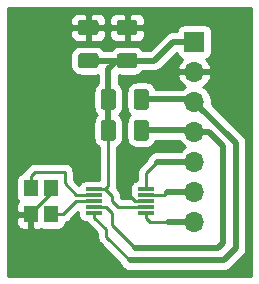
<source format=gtl>
G04 #@! TF.GenerationSoftware,KiCad,Pcbnew,(5.1.5)-3*
G04 #@! TF.CreationDate,2022-11-09T15:50:46-05:00*
G04 #@! TF.ProjectId,si5351,73693533-3531-42e6-9b69-6361645f7063,rev?*
G04 #@! TF.SameCoordinates,Original*
G04 #@! TF.FileFunction,Copper,L1,Top*
G04 #@! TF.FilePolarity,Positive*
%FSLAX46Y46*%
G04 Gerber Fmt 4.6, Leading zero omitted, Abs format (unit mm)*
G04 Created by KiCad (PCBNEW (5.1.5)-3) date 2022-11-09 15:50:47*
%MOMM*%
%LPD*%
G04 APERTURE LIST*
%ADD10C,0.100000*%
%ADD11R,1.400000X0.300000*%
%ADD12O,1.700000X1.700000*%
%ADD13R,1.700000X1.700000*%
%ADD14R,1.200000X1.400000*%
%ADD15C,0.500000*%
%ADD16C,0.250000*%
%ADD17C,0.254000*%
G04 APERTURE END LIST*
G04 #@! TA.AperFunction,SMDPad,CuDef*
D10*
G36*
X184949504Y-90176204D02*
G01*
X184973773Y-90179804D01*
X184997571Y-90185765D01*
X185020671Y-90194030D01*
X185042849Y-90204520D01*
X185063893Y-90217133D01*
X185083598Y-90231747D01*
X185101777Y-90248223D01*
X185118253Y-90266402D01*
X185132867Y-90286107D01*
X185145480Y-90307151D01*
X185155970Y-90329329D01*
X185164235Y-90352429D01*
X185170196Y-90376227D01*
X185173796Y-90400496D01*
X185175000Y-90425000D01*
X185175000Y-91175000D01*
X185173796Y-91199504D01*
X185170196Y-91223773D01*
X185164235Y-91247571D01*
X185155970Y-91270671D01*
X185145480Y-91292849D01*
X185132867Y-91313893D01*
X185118253Y-91333598D01*
X185101777Y-91351777D01*
X185083598Y-91368253D01*
X185063893Y-91382867D01*
X185042849Y-91395480D01*
X185020671Y-91405970D01*
X184997571Y-91414235D01*
X184973773Y-91420196D01*
X184949504Y-91423796D01*
X184925000Y-91425000D01*
X183675000Y-91425000D01*
X183650496Y-91423796D01*
X183626227Y-91420196D01*
X183602429Y-91414235D01*
X183579329Y-91405970D01*
X183557151Y-91395480D01*
X183536107Y-91382867D01*
X183516402Y-91368253D01*
X183498223Y-91351777D01*
X183481747Y-91333598D01*
X183467133Y-91313893D01*
X183454520Y-91292849D01*
X183444030Y-91270671D01*
X183435765Y-91247571D01*
X183429804Y-91223773D01*
X183426204Y-91199504D01*
X183425000Y-91175000D01*
X183425000Y-90425000D01*
X183426204Y-90400496D01*
X183429804Y-90376227D01*
X183435765Y-90352429D01*
X183444030Y-90329329D01*
X183454520Y-90307151D01*
X183467133Y-90286107D01*
X183481747Y-90266402D01*
X183498223Y-90248223D01*
X183516402Y-90231747D01*
X183536107Y-90217133D01*
X183557151Y-90204520D01*
X183579329Y-90194030D01*
X183602429Y-90185765D01*
X183626227Y-90179804D01*
X183650496Y-90176204D01*
X183675000Y-90175000D01*
X184925000Y-90175000D01*
X184949504Y-90176204D01*
G37*
G04 #@! TD.AperFunction*
G04 #@! TA.AperFunction,SMDPad,CuDef*
G36*
X184949504Y-92976204D02*
G01*
X184973773Y-92979804D01*
X184997571Y-92985765D01*
X185020671Y-92994030D01*
X185042849Y-93004520D01*
X185063893Y-93017133D01*
X185083598Y-93031747D01*
X185101777Y-93048223D01*
X185118253Y-93066402D01*
X185132867Y-93086107D01*
X185145480Y-93107151D01*
X185155970Y-93129329D01*
X185164235Y-93152429D01*
X185170196Y-93176227D01*
X185173796Y-93200496D01*
X185175000Y-93225000D01*
X185175000Y-93975000D01*
X185173796Y-93999504D01*
X185170196Y-94023773D01*
X185164235Y-94047571D01*
X185155970Y-94070671D01*
X185145480Y-94092849D01*
X185132867Y-94113893D01*
X185118253Y-94133598D01*
X185101777Y-94151777D01*
X185083598Y-94168253D01*
X185063893Y-94182867D01*
X185042849Y-94195480D01*
X185020671Y-94205970D01*
X184997571Y-94214235D01*
X184973773Y-94220196D01*
X184949504Y-94223796D01*
X184925000Y-94225000D01*
X183675000Y-94225000D01*
X183650496Y-94223796D01*
X183626227Y-94220196D01*
X183602429Y-94214235D01*
X183579329Y-94205970D01*
X183557151Y-94195480D01*
X183536107Y-94182867D01*
X183516402Y-94168253D01*
X183498223Y-94151777D01*
X183481747Y-94133598D01*
X183467133Y-94113893D01*
X183454520Y-94092849D01*
X183444030Y-94070671D01*
X183435765Y-94047571D01*
X183429804Y-94023773D01*
X183426204Y-93999504D01*
X183425000Y-93975000D01*
X183425000Y-93225000D01*
X183426204Y-93200496D01*
X183429804Y-93176227D01*
X183435765Y-93152429D01*
X183444030Y-93129329D01*
X183454520Y-93107151D01*
X183467133Y-93086107D01*
X183481747Y-93066402D01*
X183498223Y-93048223D01*
X183516402Y-93031747D01*
X183536107Y-93017133D01*
X183557151Y-93004520D01*
X183579329Y-92994030D01*
X183602429Y-92985765D01*
X183626227Y-92979804D01*
X183650496Y-92976204D01*
X183675000Y-92975000D01*
X184925000Y-92975000D01*
X184949504Y-92976204D01*
G37*
G04 #@! TD.AperFunction*
G04 #@! TA.AperFunction,SMDPad,CuDef*
G36*
X181649504Y-90176204D02*
G01*
X181673773Y-90179804D01*
X181697571Y-90185765D01*
X181720671Y-90194030D01*
X181742849Y-90204520D01*
X181763893Y-90217133D01*
X181783598Y-90231747D01*
X181801777Y-90248223D01*
X181818253Y-90266402D01*
X181832867Y-90286107D01*
X181845480Y-90307151D01*
X181855970Y-90329329D01*
X181864235Y-90352429D01*
X181870196Y-90376227D01*
X181873796Y-90400496D01*
X181875000Y-90425000D01*
X181875000Y-91175000D01*
X181873796Y-91199504D01*
X181870196Y-91223773D01*
X181864235Y-91247571D01*
X181855970Y-91270671D01*
X181845480Y-91292849D01*
X181832867Y-91313893D01*
X181818253Y-91333598D01*
X181801777Y-91351777D01*
X181783598Y-91368253D01*
X181763893Y-91382867D01*
X181742849Y-91395480D01*
X181720671Y-91405970D01*
X181697571Y-91414235D01*
X181673773Y-91420196D01*
X181649504Y-91423796D01*
X181625000Y-91425000D01*
X180375000Y-91425000D01*
X180350496Y-91423796D01*
X180326227Y-91420196D01*
X180302429Y-91414235D01*
X180279329Y-91405970D01*
X180257151Y-91395480D01*
X180236107Y-91382867D01*
X180216402Y-91368253D01*
X180198223Y-91351777D01*
X180181747Y-91333598D01*
X180167133Y-91313893D01*
X180154520Y-91292849D01*
X180144030Y-91270671D01*
X180135765Y-91247571D01*
X180129804Y-91223773D01*
X180126204Y-91199504D01*
X180125000Y-91175000D01*
X180125000Y-90425000D01*
X180126204Y-90400496D01*
X180129804Y-90376227D01*
X180135765Y-90352429D01*
X180144030Y-90329329D01*
X180154520Y-90307151D01*
X180167133Y-90286107D01*
X180181747Y-90266402D01*
X180198223Y-90248223D01*
X180216402Y-90231747D01*
X180236107Y-90217133D01*
X180257151Y-90204520D01*
X180279329Y-90194030D01*
X180302429Y-90185765D01*
X180326227Y-90179804D01*
X180350496Y-90176204D01*
X180375000Y-90175000D01*
X181625000Y-90175000D01*
X181649504Y-90176204D01*
G37*
G04 #@! TD.AperFunction*
G04 #@! TA.AperFunction,SMDPad,CuDef*
G36*
X181649504Y-92976204D02*
G01*
X181673773Y-92979804D01*
X181697571Y-92985765D01*
X181720671Y-92994030D01*
X181742849Y-93004520D01*
X181763893Y-93017133D01*
X181783598Y-93031747D01*
X181801777Y-93048223D01*
X181818253Y-93066402D01*
X181832867Y-93086107D01*
X181845480Y-93107151D01*
X181855970Y-93129329D01*
X181864235Y-93152429D01*
X181870196Y-93176227D01*
X181873796Y-93200496D01*
X181875000Y-93225000D01*
X181875000Y-93975000D01*
X181873796Y-93999504D01*
X181870196Y-94023773D01*
X181864235Y-94047571D01*
X181855970Y-94070671D01*
X181845480Y-94092849D01*
X181832867Y-94113893D01*
X181818253Y-94133598D01*
X181801777Y-94151777D01*
X181783598Y-94168253D01*
X181763893Y-94182867D01*
X181742849Y-94195480D01*
X181720671Y-94205970D01*
X181697571Y-94214235D01*
X181673773Y-94220196D01*
X181649504Y-94223796D01*
X181625000Y-94225000D01*
X180375000Y-94225000D01*
X180350496Y-94223796D01*
X180326227Y-94220196D01*
X180302429Y-94214235D01*
X180279329Y-94205970D01*
X180257151Y-94195480D01*
X180236107Y-94182867D01*
X180216402Y-94168253D01*
X180198223Y-94151777D01*
X180181747Y-94133598D01*
X180167133Y-94113893D01*
X180154520Y-94092849D01*
X180144030Y-94070671D01*
X180135765Y-94047571D01*
X180129804Y-94023773D01*
X180126204Y-93999504D01*
X180125000Y-93975000D01*
X180125000Y-93225000D01*
X180126204Y-93200496D01*
X180129804Y-93176227D01*
X180135765Y-93152429D01*
X180144030Y-93129329D01*
X180154520Y-93107151D01*
X180167133Y-93086107D01*
X180181747Y-93066402D01*
X180198223Y-93048223D01*
X180216402Y-93031747D01*
X180236107Y-93017133D01*
X180257151Y-93004520D01*
X180279329Y-92994030D01*
X180302429Y-92985765D01*
X180326227Y-92979804D01*
X180350496Y-92976204D01*
X180375000Y-92975000D01*
X181625000Y-92975000D01*
X181649504Y-92976204D01*
G37*
G04 #@! TD.AperFunction*
D11*
X185900000Y-104500000D03*
X185900000Y-105000000D03*
X185900000Y-105500000D03*
X185900000Y-106000000D03*
X185900000Y-106500000D03*
X181500000Y-106500000D03*
X181500000Y-106000000D03*
X181500000Y-105500000D03*
X181500000Y-105000000D03*
X181500000Y-104500000D03*
D12*
X190000000Y-107240000D03*
X190000000Y-104700000D03*
X190000000Y-102160000D03*
X190000000Y-99620000D03*
X190000000Y-97080000D03*
X190000000Y-94540000D03*
D13*
X190000000Y-92000000D03*
D14*
X176150000Y-106600000D03*
X176150000Y-104400000D03*
X177850000Y-104400000D03*
X177850000Y-106600000D03*
G04 #@! TA.AperFunction,SMDPad,CuDef*
D10*
G36*
X185899504Y-98626204D02*
G01*
X185923773Y-98629804D01*
X185947571Y-98635765D01*
X185970671Y-98644030D01*
X185992849Y-98654520D01*
X186013893Y-98667133D01*
X186033598Y-98681747D01*
X186051777Y-98698223D01*
X186068253Y-98716402D01*
X186082867Y-98736107D01*
X186095480Y-98757151D01*
X186105970Y-98779329D01*
X186114235Y-98802429D01*
X186120196Y-98826227D01*
X186123796Y-98850496D01*
X186125000Y-98875000D01*
X186125000Y-100125000D01*
X186123796Y-100149504D01*
X186120196Y-100173773D01*
X186114235Y-100197571D01*
X186105970Y-100220671D01*
X186095480Y-100242849D01*
X186082867Y-100263893D01*
X186068253Y-100283598D01*
X186051777Y-100301777D01*
X186033598Y-100318253D01*
X186013893Y-100332867D01*
X185992849Y-100345480D01*
X185970671Y-100355970D01*
X185947571Y-100364235D01*
X185923773Y-100370196D01*
X185899504Y-100373796D01*
X185875000Y-100375000D01*
X185125000Y-100375000D01*
X185100496Y-100373796D01*
X185076227Y-100370196D01*
X185052429Y-100364235D01*
X185029329Y-100355970D01*
X185007151Y-100345480D01*
X184986107Y-100332867D01*
X184966402Y-100318253D01*
X184948223Y-100301777D01*
X184931747Y-100283598D01*
X184917133Y-100263893D01*
X184904520Y-100242849D01*
X184894030Y-100220671D01*
X184885765Y-100197571D01*
X184879804Y-100173773D01*
X184876204Y-100149504D01*
X184875000Y-100125000D01*
X184875000Y-98875000D01*
X184876204Y-98850496D01*
X184879804Y-98826227D01*
X184885765Y-98802429D01*
X184894030Y-98779329D01*
X184904520Y-98757151D01*
X184917133Y-98736107D01*
X184931747Y-98716402D01*
X184948223Y-98698223D01*
X184966402Y-98681747D01*
X184986107Y-98667133D01*
X185007151Y-98654520D01*
X185029329Y-98644030D01*
X185052429Y-98635765D01*
X185076227Y-98629804D01*
X185100496Y-98626204D01*
X185125000Y-98625000D01*
X185875000Y-98625000D01*
X185899504Y-98626204D01*
G37*
G04 #@! TD.AperFunction*
G04 #@! TA.AperFunction,SMDPad,CuDef*
G36*
X183099504Y-98626204D02*
G01*
X183123773Y-98629804D01*
X183147571Y-98635765D01*
X183170671Y-98644030D01*
X183192849Y-98654520D01*
X183213893Y-98667133D01*
X183233598Y-98681747D01*
X183251777Y-98698223D01*
X183268253Y-98716402D01*
X183282867Y-98736107D01*
X183295480Y-98757151D01*
X183305970Y-98779329D01*
X183314235Y-98802429D01*
X183320196Y-98826227D01*
X183323796Y-98850496D01*
X183325000Y-98875000D01*
X183325000Y-100125000D01*
X183323796Y-100149504D01*
X183320196Y-100173773D01*
X183314235Y-100197571D01*
X183305970Y-100220671D01*
X183295480Y-100242849D01*
X183282867Y-100263893D01*
X183268253Y-100283598D01*
X183251777Y-100301777D01*
X183233598Y-100318253D01*
X183213893Y-100332867D01*
X183192849Y-100345480D01*
X183170671Y-100355970D01*
X183147571Y-100364235D01*
X183123773Y-100370196D01*
X183099504Y-100373796D01*
X183075000Y-100375000D01*
X182325000Y-100375000D01*
X182300496Y-100373796D01*
X182276227Y-100370196D01*
X182252429Y-100364235D01*
X182229329Y-100355970D01*
X182207151Y-100345480D01*
X182186107Y-100332867D01*
X182166402Y-100318253D01*
X182148223Y-100301777D01*
X182131747Y-100283598D01*
X182117133Y-100263893D01*
X182104520Y-100242849D01*
X182094030Y-100220671D01*
X182085765Y-100197571D01*
X182079804Y-100173773D01*
X182076204Y-100149504D01*
X182075000Y-100125000D01*
X182075000Y-98875000D01*
X182076204Y-98850496D01*
X182079804Y-98826227D01*
X182085765Y-98802429D01*
X182094030Y-98779329D01*
X182104520Y-98757151D01*
X182117133Y-98736107D01*
X182131747Y-98716402D01*
X182148223Y-98698223D01*
X182166402Y-98681747D01*
X182186107Y-98667133D01*
X182207151Y-98654520D01*
X182229329Y-98644030D01*
X182252429Y-98635765D01*
X182276227Y-98629804D01*
X182300496Y-98626204D01*
X182325000Y-98625000D01*
X183075000Y-98625000D01*
X183099504Y-98626204D01*
G37*
G04 #@! TD.AperFunction*
G04 #@! TA.AperFunction,SMDPad,CuDef*
G36*
X185899504Y-96003204D02*
G01*
X185923773Y-96006804D01*
X185947571Y-96012765D01*
X185970671Y-96021030D01*
X185992849Y-96031520D01*
X186013893Y-96044133D01*
X186033598Y-96058747D01*
X186051777Y-96075223D01*
X186068253Y-96093402D01*
X186082867Y-96113107D01*
X186095480Y-96134151D01*
X186105970Y-96156329D01*
X186114235Y-96179429D01*
X186120196Y-96203227D01*
X186123796Y-96227496D01*
X186125000Y-96252000D01*
X186125000Y-97502000D01*
X186123796Y-97526504D01*
X186120196Y-97550773D01*
X186114235Y-97574571D01*
X186105970Y-97597671D01*
X186095480Y-97619849D01*
X186082867Y-97640893D01*
X186068253Y-97660598D01*
X186051777Y-97678777D01*
X186033598Y-97695253D01*
X186013893Y-97709867D01*
X185992849Y-97722480D01*
X185970671Y-97732970D01*
X185947571Y-97741235D01*
X185923773Y-97747196D01*
X185899504Y-97750796D01*
X185875000Y-97752000D01*
X185125000Y-97752000D01*
X185100496Y-97750796D01*
X185076227Y-97747196D01*
X185052429Y-97741235D01*
X185029329Y-97732970D01*
X185007151Y-97722480D01*
X184986107Y-97709867D01*
X184966402Y-97695253D01*
X184948223Y-97678777D01*
X184931747Y-97660598D01*
X184917133Y-97640893D01*
X184904520Y-97619849D01*
X184894030Y-97597671D01*
X184885765Y-97574571D01*
X184879804Y-97550773D01*
X184876204Y-97526504D01*
X184875000Y-97502000D01*
X184875000Y-96252000D01*
X184876204Y-96227496D01*
X184879804Y-96203227D01*
X184885765Y-96179429D01*
X184894030Y-96156329D01*
X184904520Y-96134151D01*
X184917133Y-96113107D01*
X184931747Y-96093402D01*
X184948223Y-96075223D01*
X184966402Y-96058747D01*
X184986107Y-96044133D01*
X185007151Y-96031520D01*
X185029329Y-96021030D01*
X185052429Y-96012765D01*
X185076227Y-96006804D01*
X185100496Y-96003204D01*
X185125000Y-96002000D01*
X185875000Y-96002000D01*
X185899504Y-96003204D01*
G37*
G04 #@! TD.AperFunction*
G04 #@! TA.AperFunction,SMDPad,CuDef*
G36*
X183099504Y-96003204D02*
G01*
X183123773Y-96006804D01*
X183147571Y-96012765D01*
X183170671Y-96021030D01*
X183192849Y-96031520D01*
X183213893Y-96044133D01*
X183233598Y-96058747D01*
X183251777Y-96075223D01*
X183268253Y-96093402D01*
X183282867Y-96113107D01*
X183295480Y-96134151D01*
X183305970Y-96156329D01*
X183314235Y-96179429D01*
X183320196Y-96203227D01*
X183323796Y-96227496D01*
X183325000Y-96252000D01*
X183325000Y-97502000D01*
X183323796Y-97526504D01*
X183320196Y-97550773D01*
X183314235Y-97574571D01*
X183305970Y-97597671D01*
X183295480Y-97619849D01*
X183282867Y-97640893D01*
X183268253Y-97660598D01*
X183251777Y-97678777D01*
X183233598Y-97695253D01*
X183213893Y-97709867D01*
X183192849Y-97722480D01*
X183170671Y-97732970D01*
X183147571Y-97741235D01*
X183123773Y-97747196D01*
X183099504Y-97750796D01*
X183075000Y-97752000D01*
X182325000Y-97752000D01*
X182300496Y-97750796D01*
X182276227Y-97747196D01*
X182252429Y-97741235D01*
X182229329Y-97732970D01*
X182207151Y-97722480D01*
X182186107Y-97709867D01*
X182166402Y-97695253D01*
X182148223Y-97678777D01*
X182131747Y-97660598D01*
X182117133Y-97640893D01*
X182104520Y-97619849D01*
X182094030Y-97597671D01*
X182085765Y-97574571D01*
X182079804Y-97550773D01*
X182076204Y-97526504D01*
X182075000Y-97502000D01*
X182075000Y-96252000D01*
X182076204Y-96227496D01*
X182079804Y-96203227D01*
X182085765Y-96179429D01*
X182094030Y-96156329D01*
X182104520Y-96134151D01*
X182117133Y-96113107D01*
X182131747Y-96093402D01*
X182148223Y-96075223D01*
X182166402Y-96058747D01*
X182186107Y-96044133D01*
X182207151Y-96031520D01*
X182229329Y-96021030D01*
X182252429Y-96012765D01*
X182276227Y-96006804D01*
X182300496Y-96003204D01*
X182325000Y-96002000D01*
X183075000Y-96002000D01*
X183099504Y-96003204D01*
G37*
G04 #@! TD.AperFunction*
D15*
X190000000Y-102160000D02*
X186840000Y-102160000D01*
D16*
X185900000Y-103100000D02*
X185900000Y-104500000D01*
X186840000Y-102160000D02*
X185900000Y-103100000D01*
X189700000Y-105000000D02*
X190000000Y-104700000D01*
D15*
X190000000Y-104700000D02*
X187700000Y-104700000D01*
D16*
X187400000Y-105000000D02*
X187700000Y-104700000D01*
X185900000Y-105000000D02*
X187400000Y-105000000D01*
D15*
X190000000Y-107240000D02*
X187740000Y-107240000D01*
D16*
X186240000Y-107240000D02*
X187740000Y-107240000D01*
X185900000Y-106900000D02*
X186240000Y-107240000D01*
X185900000Y-106500000D02*
X185900000Y-106900000D01*
X190880000Y-99620000D02*
X190000000Y-99620000D01*
X191000000Y-99500000D02*
X190880000Y-99620000D01*
X192500000Y-101000000D02*
X191000000Y-99500000D01*
D15*
X189880000Y-99500000D02*
X190000000Y-99620000D01*
X185500000Y-99500000D02*
X189880000Y-99500000D01*
X192424990Y-100842909D02*
X192424990Y-101000000D01*
X191202081Y-99620000D02*
X192424990Y-100842909D01*
X190000000Y-99620000D02*
X191202081Y-99620000D01*
X192000000Y-109500000D02*
X185000000Y-109500000D01*
X192424990Y-109075010D02*
X192000000Y-109500000D01*
X192424990Y-100842909D02*
X192424990Y-109075010D01*
D16*
X182500000Y-106000000D02*
X181500000Y-106000000D01*
X183000000Y-106500000D02*
X182500000Y-106000000D01*
X183000000Y-107500000D02*
X183000000Y-106500000D01*
X185000000Y-109500000D02*
X183000000Y-107500000D01*
D15*
X189797000Y-96877000D02*
X190000000Y-97080000D01*
X185500000Y-96877000D02*
X189797000Y-96877000D01*
X190000000Y-97080000D02*
X193500000Y-100580000D01*
X193500000Y-100580000D02*
X193500000Y-109500000D01*
X193500000Y-109500000D02*
X192500000Y-110500000D01*
X192500000Y-110500000D02*
X185000000Y-110500000D01*
X185000000Y-110500000D02*
X184500000Y-110500000D01*
D16*
X181500000Y-106900000D02*
X182500000Y-107900000D01*
X181500000Y-106500000D02*
X181500000Y-106900000D01*
X182500000Y-108500000D02*
X184500000Y-110500000D01*
X182500000Y-107900000D02*
X182500000Y-108500000D01*
X176150000Y-106500000D02*
X176150000Y-106600000D01*
X177850000Y-104800000D02*
X176150000Y-106500000D01*
X177850000Y-104400000D02*
X177850000Y-104800000D01*
X184950000Y-105500000D02*
X184500000Y-105050000D01*
X185900000Y-105500000D02*
X184950000Y-105500000D01*
X184500000Y-105050000D02*
X184500000Y-105000000D01*
D15*
X182700000Y-96877000D02*
X182700000Y-99500000D01*
D16*
X181500000Y-104500000D02*
X182450000Y-104500000D01*
X182450000Y-104500000D02*
X183000000Y-105050000D01*
X183000000Y-105050000D02*
X183000000Y-105500000D01*
X183000000Y-105500000D02*
X183500000Y-106000000D01*
X183500000Y-106000000D02*
X185900000Y-106000000D01*
X182700000Y-104250000D02*
X182700000Y-99500000D01*
X182450000Y-104500000D02*
X182700000Y-104250000D01*
D15*
X190000000Y-92000000D02*
X188200000Y-92000000D01*
X186600000Y-93600000D02*
X184300000Y-93600000D01*
X188200000Y-92000000D02*
X186600000Y-93600000D01*
X184300000Y-93600000D02*
X181000000Y-93600000D01*
X184300000Y-93600000D02*
X183425000Y-93600000D01*
X182700000Y-94325000D02*
X182700000Y-96877000D01*
X183425000Y-93600000D02*
X182700000Y-94325000D01*
D16*
X181500000Y-105500000D02*
X180000000Y-105500000D01*
X178900000Y-106600000D02*
X177850000Y-106600000D01*
X180000000Y-105500000D02*
X178900000Y-106600000D01*
X176500000Y-103000000D02*
X176150000Y-103350000D01*
X179000000Y-103000000D02*
X176500000Y-103000000D01*
X179000000Y-104000000D02*
X179000000Y-103000000D01*
X176150000Y-103350000D02*
X176150000Y-104400000D01*
X180000000Y-105000000D02*
X179000000Y-104000000D01*
X181500000Y-105000000D02*
X180000000Y-105000000D01*
D17*
G36*
X194815001Y-111815000D02*
G01*
X174185000Y-111815000D01*
X174185000Y-107300000D01*
X174911928Y-107300000D01*
X174924188Y-107424482D01*
X174960498Y-107544180D01*
X175019463Y-107654494D01*
X175098815Y-107751185D01*
X175195506Y-107830537D01*
X175305820Y-107889502D01*
X175425518Y-107925812D01*
X175550000Y-107938072D01*
X175864250Y-107935000D01*
X176023000Y-107776250D01*
X176023000Y-106727000D01*
X175073750Y-106727000D01*
X174915000Y-106885750D01*
X174911928Y-107300000D01*
X174185000Y-107300000D01*
X174185000Y-103700000D01*
X174911928Y-103700000D01*
X174911928Y-105100000D01*
X174924188Y-105224482D01*
X174960498Y-105344180D01*
X175019463Y-105454494D01*
X175056809Y-105500000D01*
X175019463Y-105545506D01*
X174960498Y-105655820D01*
X174924188Y-105775518D01*
X174911928Y-105900000D01*
X174915000Y-106314250D01*
X175073750Y-106473000D01*
X176023000Y-106473000D01*
X176023000Y-106453000D01*
X176277000Y-106453000D01*
X176277000Y-106473000D01*
X176297000Y-106473000D01*
X176297000Y-106727000D01*
X176277000Y-106727000D01*
X176277000Y-107776250D01*
X176435750Y-107935000D01*
X176750000Y-107938072D01*
X176874482Y-107925812D01*
X176994180Y-107889502D01*
X177000000Y-107886391D01*
X177005820Y-107889502D01*
X177125518Y-107925812D01*
X177250000Y-107938072D01*
X178450000Y-107938072D01*
X178574482Y-107925812D01*
X178694180Y-107889502D01*
X178804494Y-107830537D01*
X178901185Y-107751185D01*
X178980537Y-107654494D01*
X179039502Y-107544180D01*
X179075812Y-107424482D01*
X179084301Y-107338291D01*
X179192247Y-107305546D01*
X179324276Y-107234974D01*
X179440001Y-107140001D01*
X179463804Y-107110998D01*
X180161928Y-106412874D01*
X180161928Y-106650000D01*
X180174188Y-106774482D01*
X180210498Y-106894180D01*
X180269463Y-107004494D01*
X180348815Y-107101185D01*
X180445506Y-107180537D01*
X180555820Y-107239502D01*
X180675518Y-107275812D01*
X180800000Y-107288072D01*
X180845674Y-107288072D01*
X180865026Y-107324276D01*
X180959999Y-107440001D01*
X180989001Y-107463802D01*
X181740000Y-108214802D01*
X181740000Y-108462678D01*
X181736324Y-108500000D01*
X181740000Y-108537322D01*
X181740000Y-108537333D01*
X181750997Y-108648986D01*
X181794454Y-108792247D01*
X181819037Y-108838236D01*
X181865026Y-108924276D01*
X181936201Y-109011002D01*
X181960000Y-109040001D01*
X181988998Y-109063799D01*
X183640484Y-110715286D01*
X183678411Y-110840313D01*
X183760589Y-110994059D01*
X183871183Y-111128817D01*
X184005941Y-111239411D01*
X184159687Y-111321589D01*
X184326510Y-111372195D01*
X184456523Y-111385000D01*
X192456531Y-111385000D01*
X192500000Y-111389281D01*
X192543469Y-111385000D01*
X192543477Y-111385000D01*
X192673490Y-111372195D01*
X192840313Y-111321589D01*
X192994059Y-111239411D01*
X193128817Y-111128817D01*
X193156534Y-111095044D01*
X194095049Y-110156530D01*
X194128817Y-110128817D01*
X194182177Y-110063799D01*
X194239411Y-109994059D01*
X194321589Y-109840314D01*
X194372195Y-109673490D01*
X194372533Y-109670056D01*
X194385000Y-109543477D01*
X194385000Y-109543469D01*
X194389281Y-109500000D01*
X194385000Y-109456531D01*
X194385000Y-100623465D01*
X194389281Y-100579999D01*
X194385000Y-100536533D01*
X194385000Y-100536523D01*
X194372195Y-100406510D01*
X194321589Y-100239687D01*
X194239411Y-100085941D01*
X194205217Y-100044276D01*
X194156532Y-99984953D01*
X194156530Y-99984951D01*
X194128817Y-99951183D01*
X194095050Y-99923471D01*
X191470539Y-97298961D01*
X191485000Y-97226260D01*
X191485000Y-96933740D01*
X191427932Y-96646842D01*
X191315990Y-96376589D01*
X191153475Y-96133368D01*
X190946632Y-95926525D01*
X190764466Y-95804805D01*
X190881355Y-95735178D01*
X191097588Y-95540269D01*
X191271641Y-95306920D01*
X191396825Y-95044099D01*
X191441476Y-94896890D01*
X191320155Y-94667000D01*
X190127000Y-94667000D01*
X190127000Y-94687000D01*
X189873000Y-94687000D01*
X189873000Y-94667000D01*
X188679845Y-94667000D01*
X188558524Y-94896890D01*
X188603175Y-95044099D01*
X188728359Y-95306920D01*
X188902412Y-95540269D01*
X189118645Y-95735178D01*
X189235534Y-95804805D01*
X189053368Y-95926525D01*
X188987893Y-95992000D01*
X186719694Y-95992000D01*
X186695472Y-95912150D01*
X186613405Y-95758614D01*
X186502962Y-95624038D01*
X186368386Y-95513595D01*
X186214850Y-95431528D01*
X186048254Y-95380992D01*
X185875000Y-95363928D01*
X185125000Y-95363928D01*
X184951746Y-95380992D01*
X184785150Y-95431528D01*
X184631614Y-95513595D01*
X184497038Y-95624038D01*
X184386595Y-95758614D01*
X184304528Y-95912150D01*
X184253992Y-96078746D01*
X184236928Y-96252000D01*
X184236928Y-97502000D01*
X184253992Y-97675254D01*
X184304528Y-97841850D01*
X184386595Y-97995386D01*
X184497038Y-98129962D01*
X184568367Y-98188500D01*
X184497038Y-98247038D01*
X184386595Y-98381614D01*
X184304528Y-98535150D01*
X184253992Y-98701746D01*
X184236928Y-98875000D01*
X184236928Y-100125000D01*
X184253992Y-100298254D01*
X184304528Y-100464850D01*
X184386595Y-100618386D01*
X184497038Y-100752962D01*
X184631614Y-100863405D01*
X184785150Y-100945472D01*
X184951746Y-100996008D01*
X185125000Y-101013072D01*
X185875000Y-101013072D01*
X186048254Y-100996008D01*
X186214850Y-100945472D01*
X186368386Y-100863405D01*
X186502962Y-100752962D01*
X186613405Y-100618386D01*
X186695472Y-100464850D01*
X186719694Y-100385000D01*
X188725162Y-100385000D01*
X188846525Y-100566632D01*
X189053368Y-100773475D01*
X189227760Y-100890000D01*
X189053368Y-101006525D01*
X188846525Y-101213368D01*
X188805344Y-101275000D01*
X186796523Y-101275000D01*
X186666510Y-101287805D01*
X186499687Y-101338411D01*
X186345941Y-101420589D01*
X186211183Y-101531183D01*
X186100589Y-101665941D01*
X186018411Y-101819687D01*
X185980484Y-101944715D01*
X185389002Y-102536196D01*
X185359999Y-102559999D01*
X185304871Y-102627174D01*
X185265026Y-102675724D01*
X185204576Y-102788817D01*
X185194454Y-102807754D01*
X185150997Y-102951015D01*
X185140000Y-103062668D01*
X185140000Y-103062678D01*
X185136324Y-103100000D01*
X185140000Y-103137323D01*
X185140000Y-103717837D01*
X185075518Y-103724188D01*
X184955820Y-103760498D01*
X184845506Y-103819463D01*
X184748815Y-103898815D01*
X184669463Y-103995506D01*
X184610498Y-104105820D01*
X184574188Y-104225518D01*
X184561928Y-104350000D01*
X184561928Y-104650000D01*
X184571777Y-104750000D01*
X184561928Y-104850000D01*
X184561928Y-105150000D01*
X184570792Y-105240000D01*
X183814801Y-105240000D01*
X183760000Y-105185199D01*
X183760000Y-105087322D01*
X183763676Y-105049999D01*
X183760000Y-105012676D01*
X183760000Y-105012667D01*
X183749003Y-104901014D01*
X183705546Y-104757753D01*
X183634974Y-104625724D01*
X183593940Y-104575724D01*
X183563799Y-104538996D01*
X183563795Y-104538992D01*
X183540001Y-104509999D01*
X183511009Y-104486206D01*
X183443135Y-104418332D01*
X183449003Y-104398986D01*
X183460000Y-104287333D01*
X183460000Y-104287324D01*
X183463676Y-104250001D01*
X183460000Y-104212678D01*
X183460000Y-100921339D01*
X183568386Y-100863405D01*
X183702962Y-100752962D01*
X183813405Y-100618386D01*
X183895472Y-100464850D01*
X183946008Y-100298254D01*
X183963072Y-100125000D01*
X183963072Y-98875000D01*
X183946008Y-98701746D01*
X183895472Y-98535150D01*
X183813405Y-98381614D01*
X183702962Y-98247038D01*
X183631633Y-98188500D01*
X183702962Y-98129962D01*
X183813405Y-97995386D01*
X183895472Y-97841850D01*
X183946008Y-97675254D01*
X183963072Y-97502000D01*
X183963072Y-96252000D01*
X183946008Y-96078746D01*
X183895472Y-95912150D01*
X183813405Y-95758614D01*
X183702962Y-95624038D01*
X183585000Y-95527230D01*
X183585000Y-94854208D01*
X183675000Y-94863072D01*
X184925000Y-94863072D01*
X185098254Y-94846008D01*
X185264850Y-94795472D01*
X185418386Y-94713405D01*
X185552962Y-94602962D01*
X185649770Y-94485000D01*
X186556531Y-94485000D01*
X186600000Y-94489281D01*
X186643469Y-94485000D01*
X186643477Y-94485000D01*
X186773490Y-94472195D01*
X186940313Y-94421589D01*
X187094059Y-94339411D01*
X187228817Y-94228817D01*
X187256534Y-94195044D01*
X188519966Y-92931613D01*
X188524188Y-92974482D01*
X188560498Y-93094180D01*
X188619463Y-93204494D01*
X188698815Y-93301185D01*
X188795506Y-93380537D01*
X188905820Y-93439502D01*
X188986466Y-93463966D01*
X188902412Y-93539731D01*
X188728359Y-93773080D01*
X188603175Y-94035901D01*
X188558524Y-94183110D01*
X188679845Y-94413000D01*
X189873000Y-94413000D01*
X189873000Y-94393000D01*
X190127000Y-94393000D01*
X190127000Y-94413000D01*
X191320155Y-94413000D01*
X191441476Y-94183110D01*
X191396825Y-94035901D01*
X191271641Y-93773080D01*
X191097588Y-93539731D01*
X191013534Y-93463966D01*
X191094180Y-93439502D01*
X191204494Y-93380537D01*
X191301185Y-93301185D01*
X191380537Y-93204494D01*
X191439502Y-93094180D01*
X191475812Y-92974482D01*
X191488072Y-92850000D01*
X191488072Y-91150000D01*
X191475812Y-91025518D01*
X191439502Y-90905820D01*
X191380537Y-90795506D01*
X191301185Y-90698815D01*
X191204494Y-90619463D01*
X191094180Y-90560498D01*
X190974482Y-90524188D01*
X190850000Y-90511928D01*
X189150000Y-90511928D01*
X189025518Y-90524188D01*
X188905820Y-90560498D01*
X188795506Y-90619463D01*
X188698815Y-90698815D01*
X188619463Y-90795506D01*
X188560498Y-90905820D01*
X188524188Y-91025518D01*
X188515375Y-91115000D01*
X188243469Y-91115000D01*
X188200000Y-91110719D01*
X188156531Y-91115000D01*
X188156523Y-91115000D01*
X188026510Y-91127805D01*
X187859687Y-91178411D01*
X187705941Y-91260589D01*
X187604953Y-91343468D01*
X187604951Y-91343470D01*
X187571183Y-91371183D01*
X187543470Y-91404951D01*
X186233422Y-92715000D01*
X185649770Y-92715000D01*
X185552962Y-92597038D01*
X185418386Y-92486595D01*
X185264850Y-92404528D01*
X185098254Y-92353992D01*
X184925000Y-92336928D01*
X183675000Y-92336928D01*
X183501746Y-92353992D01*
X183335150Y-92404528D01*
X183181614Y-92486595D01*
X183047038Y-92597038D01*
X182950230Y-92715000D01*
X182349770Y-92715000D01*
X182252962Y-92597038D01*
X182118386Y-92486595D01*
X181964850Y-92404528D01*
X181798254Y-92353992D01*
X181625000Y-92336928D01*
X180375000Y-92336928D01*
X180201746Y-92353992D01*
X180035150Y-92404528D01*
X179881614Y-92486595D01*
X179747038Y-92597038D01*
X179636595Y-92731614D01*
X179554528Y-92885150D01*
X179503992Y-93051746D01*
X179486928Y-93225000D01*
X179486928Y-93975000D01*
X179503992Y-94148254D01*
X179554528Y-94314850D01*
X179636595Y-94468386D01*
X179747038Y-94602962D01*
X179881614Y-94713405D01*
X180035150Y-94795472D01*
X180201746Y-94846008D01*
X180375000Y-94863072D01*
X181625000Y-94863072D01*
X181798254Y-94846008D01*
X181815000Y-94840928D01*
X181815000Y-95527229D01*
X181697038Y-95624038D01*
X181586595Y-95758614D01*
X181504528Y-95912150D01*
X181453992Y-96078746D01*
X181436928Y-96252000D01*
X181436928Y-97502000D01*
X181453992Y-97675254D01*
X181504528Y-97841850D01*
X181586595Y-97995386D01*
X181697038Y-98129962D01*
X181768367Y-98188500D01*
X181697038Y-98247038D01*
X181586595Y-98381614D01*
X181504528Y-98535150D01*
X181453992Y-98701746D01*
X181436928Y-98875000D01*
X181436928Y-100125000D01*
X181453992Y-100298254D01*
X181504528Y-100464850D01*
X181586595Y-100618386D01*
X181697038Y-100752962D01*
X181831614Y-100863405D01*
X181940001Y-100921339D01*
X181940000Y-103711928D01*
X180800000Y-103711928D01*
X180675518Y-103724188D01*
X180555820Y-103760498D01*
X180445506Y-103819463D01*
X180348815Y-103898815D01*
X180269463Y-103995506D01*
X180210498Y-104105820D01*
X180203544Y-104128743D01*
X179760000Y-103685199D01*
X179760000Y-103037333D01*
X179763677Y-103000000D01*
X179749003Y-102851014D01*
X179705546Y-102707753D01*
X179634974Y-102575724D01*
X179540001Y-102459999D01*
X179424276Y-102365026D01*
X179292247Y-102294454D01*
X179148986Y-102250997D01*
X179037333Y-102240000D01*
X179000000Y-102236323D01*
X178962667Y-102240000D01*
X176537325Y-102240000D01*
X176500000Y-102236324D01*
X176462675Y-102240000D01*
X176462667Y-102240000D01*
X176351014Y-102250997D01*
X176207753Y-102294454D01*
X176075724Y-102365026D01*
X175959999Y-102459999D01*
X175936196Y-102489003D01*
X175639003Y-102786196D01*
X175609999Y-102809999D01*
X175554871Y-102877174D01*
X175515026Y-102925724D01*
X175458116Y-103032195D01*
X175444454Y-103057754D01*
X175439899Y-103072772D01*
X175425518Y-103074188D01*
X175305820Y-103110498D01*
X175195506Y-103169463D01*
X175098815Y-103248815D01*
X175019463Y-103345506D01*
X174960498Y-103455820D01*
X174924188Y-103575518D01*
X174911928Y-103700000D01*
X174185000Y-103700000D01*
X174185000Y-91425000D01*
X179486928Y-91425000D01*
X179499188Y-91549482D01*
X179535498Y-91669180D01*
X179594463Y-91779494D01*
X179673815Y-91876185D01*
X179770506Y-91955537D01*
X179880820Y-92014502D01*
X180000518Y-92050812D01*
X180125000Y-92063072D01*
X180714250Y-92060000D01*
X180873000Y-91901250D01*
X180873000Y-90927000D01*
X181127000Y-90927000D01*
X181127000Y-91901250D01*
X181285750Y-92060000D01*
X181875000Y-92063072D01*
X181999482Y-92050812D01*
X182119180Y-92014502D01*
X182229494Y-91955537D01*
X182326185Y-91876185D01*
X182405537Y-91779494D01*
X182464502Y-91669180D01*
X182500812Y-91549482D01*
X182513072Y-91425000D01*
X182786928Y-91425000D01*
X182799188Y-91549482D01*
X182835498Y-91669180D01*
X182894463Y-91779494D01*
X182973815Y-91876185D01*
X183070506Y-91955537D01*
X183180820Y-92014502D01*
X183300518Y-92050812D01*
X183425000Y-92063072D01*
X184014250Y-92060000D01*
X184173000Y-91901250D01*
X184173000Y-90927000D01*
X184427000Y-90927000D01*
X184427000Y-91901250D01*
X184585750Y-92060000D01*
X185175000Y-92063072D01*
X185299482Y-92050812D01*
X185419180Y-92014502D01*
X185529494Y-91955537D01*
X185626185Y-91876185D01*
X185705537Y-91779494D01*
X185764502Y-91669180D01*
X185800812Y-91549482D01*
X185813072Y-91425000D01*
X185810000Y-91085750D01*
X185651250Y-90927000D01*
X184427000Y-90927000D01*
X184173000Y-90927000D01*
X182948750Y-90927000D01*
X182790000Y-91085750D01*
X182786928Y-91425000D01*
X182513072Y-91425000D01*
X182510000Y-91085750D01*
X182351250Y-90927000D01*
X181127000Y-90927000D01*
X180873000Y-90927000D01*
X179648750Y-90927000D01*
X179490000Y-91085750D01*
X179486928Y-91425000D01*
X174185000Y-91425000D01*
X174185000Y-90175000D01*
X179486928Y-90175000D01*
X179490000Y-90514250D01*
X179648750Y-90673000D01*
X180873000Y-90673000D01*
X180873000Y-89698750D01*
X181127000Y-89698750D01*
X181127000Y-90673000D01*
X182351250Y-90673000D01*
X182510000Y-90514250D01*
X182513072Y-90175000D01*
X182786928Y-90175000D01*
X182790000Y-90514250D01*
X182948750Y-90673000D01*
X184173000Y-90673000D01*
X184173000Y-89698750D01*
X184427000Y-89698750D01*
X184427000Y-90673000D01*
X185651250Y-90673000D01*
X185810000Y-90514250D01*
X185813072Y-90175000D01*
X185800812Y-90050518D01*
X185764502Y-89930820D01*
X185705537Y-89820506D01*
X185626185Y-89723815D01*
X185529494Y-89644463D01*
X185419180Y-89585498D01*
X185299482Y-89549188D01*
X185175000Y-89536928D01*
X184585750Y-89540000D01*
X184427000Y-89698750D01*
X184173000Y-89698750D01*
X184014250Y-89540000D01*
X183425000Y-89536928D01*
X183300518Y-89549188D01*
X183180820Y-89585498D01*
X183070506Y-89644463D01*
X182973815Y-89723815D01*
X182894463Y-89820506D01*
X182835498Y-89930820D01*
X182799188Y-90050518D01*
X182786928Y-90175000D01*
X182513072Y-90175000D01*
X182500812Y-90050518D01*
X182464502Y-89930820D01*
X182405537Y-89820506D01*
X182326185Y-89723815D01*
X182229494Y-89644463D01*
X182119180Y-89585498D01*
X181999482Y-89549188D01*
X181875000Y-89536928D01*
X181285750Y-89540000D01*
X181127000Y-89698750D01*
X180873000Y-89698750D01*
X180714250Y-89540000D01*
X180125000Y-89536928D01*
X180000518Y-89549188D01*
X179880820Y-89585498D01*
X179770506Y-89644463D01*
X179673815Y-89723815D01*
X179594463Y-89820506D01*
X179535498Y-89930820D01*
X179499188Y-90050518D01*
X179486928Y-90175000D01*
X174185000Y-90175000D01*
X174185000Y-89185000D01*
X194815000Y-89185000D01*
X194815001Y-111815000D01*
G37*
X194815001Y-111815000D02*
X174185000Y-111815000D01*
X174185000Y-107300000D01*
X174911928Y-107300000D01*
X174924188Y-107424482D01*
X174960498Y-107544180D01*
X175019463Y-107654494D01*
X175098815Y-107751185D01*
X175195506Y-107830537D01*
X175305820Y-107889502D01*
X175425518Y-107925812D01*
X175550000Y-107938072D01*
X175864250Y-107935000D01*
X176023000Y-107776250D01*
X176023000Y-106727000D01*
X175073750Y-106727000D01*
X174915000Y-106885750D01*
X174911928Y-107300000D01*
X174185000Y-107300000D01*
X174185000Y-103700000D01*
X174911928Y-103700000D01*
X174911928Y-105100000D01*
X174924188Y-105224482D01*
X174960498Y-105344180D01*
X175019463Y-105454494D01*
X175056809Y-105500000D01*
X175019463Y-105545506D01*
X174960498Y-105655820D01*
X174924188Y-105775518D01*
X174911928Y-105900000D01*
X174915000Y-106314250D01*
X175073750Y-106473000D01*
X176023000Y-106473000D01*
X176023000Y-106453000D01*
X176277000Y-106453000D01*
X176277000Y-106473000D01*
X176297000Y-106473000D01*
X176297000Y-106727000D01*
X176277000Y-106727000D01*
X176277000Y-107776250D01*
X176435750Y-107935000D01*
X176750000Y-107938072D01*
X176874482Y-107925812D01*
X176994180Y-107889502D01*
X177000000Y-107886391D01*
X177005820Y-107889502D01*
X177125518Y-107925812D01*
X177250000Y-107938072D01*
X178450000Y-107938072D01*
X178574482Y-107925812D01*
X178694180Y-107889502D01*
X178804494Y-107830537D01*
X178901185Y-107751185D01*
X178980537Y-107654494D01*
X179039502Y-107544180D01*
X179075812Y-107424482D01*
X179084301Y-107338291D01*
X179192247Y-107305546D01*
X179324276Y-107234974D01*
X179440001Y-107140001D01*
X179463804Y-107110998D01*
X180161928Y-106412874D01*
X180161928Y-106650000D01*
X180174188Y-106774482D01*
X180210498Y-106894180D01*
X180269463Y-107004494D01*
X180348815Y-107101185D01*
X180445506Y-107180537D01*
X180555820Y-107239502D01*
X180675518Y-107275812D01*
X180800000Y-107288072D01*
X180845674Y-107288072D01*
X180865026Y-107324276D01*
X180959999Y-107440001D01*
X180989001Y-107463802D01*
X181740000Y-108214802D01*
X181740000Y-108462678D01*
X181736324Y-108500000D01*
X181740000Y-108537322D01*
X181740000Y-108537333D01*
X181750997Y-108648986D01*
X181794454Y-108792247D01*
X181819037Y-108838236D01*
X181865026Y-108924276D01*
X181936201Y-109011002D01*
X181960000Y-109040001D01*
X181988998Y-109063799D01*
X183640484Y-110715286D01*
X183678411Y-110840313D01*
X183760589Y-110994059D01*
X183871183Y-111128817D01*
X184005941Y-111239411D01*
X184159687Y-111321589D01*
X184326510Y-111372195D01*
X184456523Y-111385000D01*
X192456531Y-111385000D01*
X192500000Y-111389281D01*
X192543469Y-111385000D01*
X192543477Y-111385000D01*
X192673490Y-111372195D01*
X192840313Y-111321589D01*
X192994059Y-111239411D01*
X193128817Y-111128817D01*
X193156534Y-111095044D01*
X194095049Y-110156530D01*
X194128817Y-110128817D01*
X194182177Y-110063799D01*
X194239411Y-109994059D01*
X194321589Y-109840314D01*
X194372195Y-109673490D01*
X194372533Y-109670056D01*
X194385000Y-109543477D01*
X194385000Y-109543469D01*
X194389281Y-109500000D01*
X194385000Y-109456531D01*
X194385000Y-100623465D01*
X194389281Y-100579999D01*
X194385000Y-100536533D01*
X194385000Y-100536523D01*
X194372195Y-100406510D01*
X194321589Y-100239687D01*
X194239411Y-100085941D01*
X194205217Y-100044276D01*
X194156532Y-99984953D01*
X194156530Y-99984951D01*
X194128817Y-99951183D01*
X194095050Y-99923471D01*
X191470539Y-97298961D01*
X191485000Y-97226260D01*
X191485000Y-96933740D01*
X191427932Y-96646842D01*
X191315990Y-96376589D01*
X191153475Y-96133368D01*
X190946632Y-95926525D01*
X190764466Y-95804805D01*
X190881355Y-95735178D01*
X191097588Y-95540269D01*
X191271641Y-95306920D01*
X191396825Y-95044099D01*
X191441476Y-94896890D01*
X191320155Y-94667000D01*
X190127000Y-94667000D01*
X190127000Y-94687000D01*
X189873000Y-94687000D01*
X189873000Y-94667000D01*
X188679845Y-94667000D01*
X188558524Y-94896890D01*
X188603175Y-95044099D01*
X188728359Y-95306920D01*
X188902412Y-95540269D01*
X189118645Y-95735178D01*
X189235534Y-95804805D01*
X189053368Y-95926525D01*
X188987893Y-95992000D01*
X186719694Y-95992000D01*
X186695472Y-95912150D01*
X186613405Y-95758614D01*
X186502962Y-95624038D01*
X186368386Y-95513595D01*
X186214850Y-95431528D01*
X186048254Y-95380992D01*
X185875000Y-95363928D01*
X185125000Y-95363928D01*
X184951746Y-95380992D01*
X184785150Y-95431528D01*
X184631614Y-95513595D01*
X184497038Y-95624038D01*
X184386595Y-95758614D01*
X184304528Y-95912150D01*
X184253992Y-96078746D01*
X184236928Y-96252000D01*
X184236928Y-97502000D01*
X184253992Y-97675254D01*
X184304528Y-97841850D01*
X184386595Y-97995386D01*
X184497038Y-98129962D01*
X184568367Y-98188500D01*
X184497038Y-98247038D01*
X184386595Y-98381614D01*
X184304528Y-98535150D01*
X184253992Y-98701746D01*
X184236928Y-98875000D01*
X184236928Y-100125000D01*
X184253992Y-100298254D01*
X184304528Y-100464850D01*
X184386595Y-100618386D01*
X184497038Y-100752962D01*
X184631614Y-100863405D01*
X184785150Y-100945472D01*
X184951746Y-100996008D01*
X185125000Y-101013072D01*
X185875000Y-101013072D01*
X186048254Y-100996008D01*
X186214850Y-100945472D01*
X186368386Y-100863405D01*
X186502962Y-100752962D01*
X186613405Y-100618386D01*
X186695472Y-100464850D01*
X186719694Y-100385000D01*
X188725162Y-100385000D01*
X188846525Y-100566632D01*
X189053368Y-100773475D01*
X189227760Y-100890000D01*
X189053368Y-101006525D01*
X188846525Y-101213368D01*
X188805344Y-101275000D01*
X186796523Y-101275000D01*
X186666510Y-101287805D01*
X186499687Y-101338411D01*
X186345941Y-101420589D01*
X186211183Y-101531183D01*
X186100589Y-101665941D01*
X186018411Y-101819687D01*
X185980484Y-101944715D01*
X185389002Y-102536196D01*
X185359999Y-102559999D01*
X185304871Y-102627174D01*
X185265026Y-102675724D01*
X185204576Y-102788817D01*
X185194454Y-102807754D01*
X185150997Y-102951015D01*
X185140000Y-103062668D01*
X185140000Y-103062678D01*
X185136324Y-103100000D01*
X185140000Y-103137323D01*
X185140000Y-103717837D01*
X185075518Y-103724188D01*
X184955820Y-103760498D01*
X184845506Y-103819463D01*
X184748815Y-103898815D01*
X184669463Y-103995506D01*
X184610498Y-104105820D01*
X184574188Y-104225518D01*
X184561928Y-104350000D01*
X184561928Y-104650000D01*
X184571777Y-104750000D01*
X184561928Y-104850000D01*
X184561928Y-105150000D01*
X184570792Y-105240000D01*
X183814801Y-105240000D01*
X183760000Y-105185199D01*
X183760000Y-105087322D01*
X183763676Y-105049999D01*
X183760000Y-105012676D01*
X183760000Y-105012667D01*
X183749003Y-104901014D01*
X183705546Y-104757753D01*
X183634974Y-104625724D01*
X183593940Y-104575724D01*
X183563799Y-104538996D01*
X183563795Y-104538992D01*
X183540001Y-104509999D01*
X183511009Y-104486206D01*
X183443135Y-104418332D01*
X183449003Y-104398986D01*
X183460000Y-104287333D01*
X183460000Y-104287324D01*
X183463676Y-104250001D01*
X183460000Y-104212678D01*
X183460000Y-100921339D01*
X183568386Y-100863405D01*
X183702962Y-100752962D01*
X183813405Y-100618386D01*
X183895472Y-100464850D01*
X183946008Y-100298254D01*
X183963072Y-100125000D01*
X183963072Y-98875000D01*
X183946008Y-98701746D01*
X183895472Y-98535150D01*
X183813405Y-98381614D01*
X183702962Y-98247038D01*
X183631633Y-98188500D01*
X183702962Y-98129962D01*
X183813405Y-97995386D01*
X183895472Y-97841850D01*
X183946008Y-97675254D01*
X183963072Y-97502000D01*
X183963072Y-96252000D01*
X183946008Y-96078746D01*
X183895472Y-95912150D01*
X183813405Y-95758614D01*
X183702962Y-95624038D01*
X183585000Y-95527230D01*
X183585000Y-94854208D01*
X183675000Y-94863072D01*
X184925000Y-94863072D01*
X185098254Y-94846008D01*
X185264850Y-94795472D01*
X185418386Y-94713405D01*
X185552962Y-94602962D01*
X185649770Y-94485000D01*
X186556531Y-94485000D01*
X186600000Y-94489281D01*
X186643469Y-94485000D01*
X186643477Y-94485000D01*
X186773490Y-94472195D01*
X186940313Y-94421589D01*
X187094059Y-94339411D01*
X187228817Y-94228817D01*
X187256534Y-94195044D01*
X188519966Y-92931613D01*
X188524188Y-92974482D01*
X188560498Y-93094180D01*
X188619463Y-93204494D01*
X188698815Y-93301185D01*
X188795506Y-93380537D01*
X188905820Y-93439502D01*
X188986466Y-93463966D01*
X188902412Y-93539731D01*
X188728359Y-93773080D01*
X188603175Y-94035901D01*
X188558524Y-94183110D01*
X188679845Y-94413000D01*
X189873000Y-94413000D01*
X189873000Y-94393000D01*
X190127000Y-94393000D01*
X190127000Y-94413000D01*
X191320155Y-94413000D01*
X191441476Y-94183110D01*
X191396825Y-94035901D01*
X191271641Y-93773080D01*
X191097588Y-93539731D01*
X191013534Y-93463966D01*
X191094180Y-93439502D01*
X191204494Y-93380537D01*
X191301185Y-93301185D01*
X191380537Y-93204494D01*
X191439502Y-93094180D01*
X191475812Y-92974482D01*
X191488072Y-92850000D01*
X191488072Y-91150000D01*
X191475812Y-91025518D01*
X191439502Y-90905820D01*
X191380537Y-90795506D01*
X191301185Y-90698815D01*
X191204494Y-90619463D01*
X191094180Y-90560498D01*
X190974482Y-90524188D01*
X190850000Y-90511928D01*
X189150000Y-90511928D01*
X189025518Y-90524188D01*
X188905820Y-90560498D01*
X188795506Y-90619463D01*
X188698815Y-90698815D01*
X188619463Y-90795506D01*
X188560498Y-90905820D01*
X188524188Y-91025518D01*
X188515375Y-91115000D01*
X188243469Y-91115000D01*
X188200000Y-91110719D01*
X188156531Y-91115000D01*
X188156523Y-91115000D01*
X188026510Y-91127805D01*
X187859687Y-91178411D01*
X187705941Y-91260589D01*
X187604953Y-91343468D01*
X187604951Y-91343470D01*
X187571183Y-91371183D01*
X187543470Y-91404951D01*
X186233422Y-92715000D01*
X185649770Y-92715000D01*
X185552962Y-92597038D01*
X185418386Y-92486595D01*
X185264850Y-92404528D01*
X185098254Y-92353992D01*
X184925000Y-92336928D01*
X183675000Y-92336928D01*
X183501746Y-92353992D01*
X183335150Y-92404528D01*
X183181614Y-92486595D01*
X183047038Y-92597038D01*
X182950230Y-92715000D01*
X182349770Y-92715000D01*
X182252962Y-92597038D01*
X182118386Y-92486595D01*
X181964850Y-92404528D01*
X181798254Y-92353992D01*
X181625000Y-92336928D01*
X180375000Y-92336928D01*
X180201746Y-92353992D01*
X180035150Y-92404528D01*
X179881614Y-92486595D01*
X179747038Y-92597038D01*
X179636595Y-92731614D01*
X179554528Y-92885150D01*
X179503992Y-93051746D01*
X179486928Y-93225000D01*
X179486928Y-93975000D01*
X179503992Y-94148254D01*
X179554528Y-94314850D01*
X179636595Y-94468386D01*
X179747038Y-94602962D01*
X179881614Y-94713405D01*
X180035150Y-94795472D01*
X180201746Y-94846008D01*
X180375000Y-94863072D01*
X181625000Y-94863072D01*
X181798254Y-94846008D01*
X181815000Y-94840928D01*
X181815000Y-95527229D01*
X181697038Y-95624038D01*
X181586595Y-95758614D01*
X181504528Y-95912150D01*
X181453992Y-96078746D01*
X181436928Y-96252000D01*
X181436928Y-97502000D01*
X181453992Y-97675254D01*
X181504528Y-97841850D01*
X181586595Y-97995386D01*
X181697038Y-98129962D01*
X181768367Y-98188500D01*
X181697038Y-98247038D01*
X181586595Y-98381614D01*
X181504528Y-98535150D01*
X181453992Y-98701746D01*
X181436928Y-98875000D01*
X181436928Y-100125000D01*
X181453992Y-100298254D01*
X181504528Y-100464850D01*
X181586595Y-100618386D01*
X181697038Y-100752962D01*
X181831614Y-100863405D01*
X181940001Y-100921339D01*
X181940000Y-103711928D01*
X180800000Y-103711928D01*
X180675518Y-103724188D01*
X180555820Y-103760498D01*
X180445506Y-103819463D01*
X180348815Y-103898815D01*
X180269463Y-103995506D01*
X180210498Y-104105820D01*
X180203544Y-104128743D01*
X179760000Y-103685199D01*
X179760000Y-103037333D01*
X179763677Y-103000000D01*
X179749003Y-102851014D01*
X179705546Y-102707753D01*
X179634974Y-102575724D01*
X179540001Y-102459999D01*
X179424276Y-102365026D01*
X179292247Y-102294454D01*
X179148986Y-102250997D01*
X179037333Y-102240000D01*
X179000000Y-102236323D01*
X178962667Y-102240000D01*
X176537325Y-102240000D01*
X176500000Y-102236324D01*
X176462675Y-102240000D01*
X176462667Y-102240000D01*
X176351014Y-102250997D01*
X176207753Y-102294454D01*
X176075724Y-102365026D01*
X175959999Y-102459999D01*
X175936196Y-102489003D01*
X175639003Y-102786196D01*
X175609999Y-102809999D01*
X175554871Y-102877174D01*
X175515026Y-102925724D01*
X175458116Y-103032195D01*
X175444454Y-103057754D01*
X175439899Y-103072772D01*
X175425518Y-103074188D01*
X175305820Y-103110498D01*
X175195506Y-103169463D01*
X175098815Y-103248815D01*
X175019463Y-103345506D01*
X174960498Y-103455820D01*
X174924188Y-103575518D01*
X174911928Y-103700000D01*
X174185000Y-103700000D01*
X174185000Y-91425000D01*
X179486928Y-91425000D01*
X179499188Y-91549482D01*
X179535498Y-91669180D01*
X179594463Y-91779494D01*
X179673815Y-91876185D01*
X179770506Y-91955537D01*
X179880820Y-92014502D01*
X180000518Y-92050812D01*
X180125000Y-92063072D01*
X180714250Y-92060000D01*
X180873000Y-91901250D01*
X180873000Y-90927000D01*
X181127000Y-90927000D01*
X181127000Y-91901250D01*
X181285750Y-92060000D01*
X181875000Y-92063072D01*
X181999482Y-92050812D01*
X182119180Y-92014502D01*
X182229494Y-91955537D01*
X182326185Y-91876185D01*
X182405537Y-91779494D01*
X182464502Y-91669180D01*
X182500812Y-91549482D01*
X182513072Y-91425000D01*
X182786928Y-91425000D01*
X182799188Y-91549482D01*
X182835498Y-91669180D01*
X182894463Y-91779494D01*
X182973815Y-91876185D01*
X183070506Y-91955537D01*
X183180820Y-92014502D01*
X183300518Y-92050812D01*
X183425000Y-92063072D01*
X184014250Y-92060000D01*
X184173000Y-91901250D01*
X184173000Y-90927000D01*
X184427000Y-90927000D01*
X184427000Y-91901250D01*
X184585750Y-92060000D01*
X185175000Y-92063072D01*
X185299482Y-92050812D01*
X185419180Y-92014502D01*
X185529494Y-91955537D01*
X185626185Y-91876185D01*
X185705537Y-91779494D01*
X185764502Y-91669180D01*
X185800812Y-91549482D01*
X185813072Y-91425000D01*
X185810000Y-91085750D01*
X185651250Y-90927000D01*
X184427000Y-90927000D01*
X184173000Y-90927000D01*
X182948750Y-90927000D01*
X182790000Y-91085750D01*
X182786928Y-91425000D01*
X182513072Y-91425000D01*
X182510000Y-91085750D01*
X182351250Y-90927000D01*
X181127000Y-90927000D01*
X180873000Y-90927000D01*
X179648750Y-90927000D01*
X179490000Y-91085750D01*
X179486928Y-91425000D01*
X174185000Y-91425000D01*
X174185000Y-90175000D01*
X179486928Y-90175000D01*
X179490000Y-90514250D01*
X179648750Y-90673000D01*
X180873000Y-90673000D01*
X180873000Y-89698750D01*
X181127000Y-89698750D01*
X181127000Y-90673000D01*
X182351250Y-90673000D01*
X182510000Y-90514250D01*
X182513072Y-90175000D01*
X182786928Y-90175000D01*
X182790000Y-90514250D01*
X182948750Y-90673000D01*
X184173000Y-90673000D01*
X184173000Y-89698750D01*
X184427000Y-89698750D01*
X184427000Y-90673000D01*
X185651250Y-90673000D01*
X185810000Y-90514250D01*
X185813072Y-90175000D01*
X185800812Y-90050518D01*
X185764502Y-89930820D01*
X185705537Y-89820506D01*
X185626185Y-89723815D01*
X185529494Y-89644463D01*
X185419180Y-89585498D01*
X185299482Y-89549188D01*
X185175000Y-89536928D01*
X184585750Y-89540000D01*
X184427000Y-89698750D01*
X184173000Y-89698750D01*
X184014250Y-89540000D01*
X183425000Y-89536928D01*
X183300518Y-89549188D01*
X183180820Y-89585498D01*
X183070506Y-89644463D01*
X182973815Y-89723815D01*
X182894463Y-89820506D01*
X182835498Y-89930820D01*
X182799188Y-90050518D01*
X182786928Y-90175000D01*
X182513072Y-90175000D01*
X182500812Y-90050518D01*
X182464502Y-89930820D01*
X182405537Y-89820506D01*
X182326185Y-89723815D01*
X182229494Y-89644463D01*
X182119180Y-89585498D01*
X181999482Y-89549188D01*
X181875000Y-89536928D01*
X181285750Y-89540000D01*
X181127000Y-89698750D01*
X180873000Y-89698750D01*
X180714250Y-89540000D01*
X180125000Y-89536928D01*
X180000518Y-89549188D01*
X179880820Y-89585498D01*
X179770506Y-89644463D01*
X179673815Y-89723815D01*
X179594463Y-89820506D01*
X179535498Y-89930820D01*
X179499188Y-90050518D01*
X179486928Y-90175000D01*
X174185000Y-90175000D01*
X174185000Y-89185000D01*
X194815000Y-89185000D01*
X194815001Y-111815000D01*
G36*
X177977000Y-104273000D02*
G01*
X177997000Y-104273000D01*
X177997000Y-104527000D01*
X177977000Y-104527000D01*
X177977000Y-104547000D01*
X177723000Y-104547000D01*
X177723000Y-104527000D01*
X177703000Y-104527000D01*
X177703000Y-104273000D01*
X177723000Y-104273000D01*
X177723000Y-104253000D01*
X177977000Y-104253000D01*
X177977000Y-104273000D01*
G37*
X177977000Y-104273000D02*
X177997000Y-104273000D01*
X177997000Y-104527000D01*
X177977000Y-104527000D01*
X177977000Y-104547000D01*
X177723000Y-104547000D01*
X177723000Y-104527000D01*
X177703000Y-104527000D01*
X177703000Y-104273000D01*
X177723000Y-104273000D01*
X177723000Y-104253000D01*
X177977000Y-104253000D01*
X177977000Y-104273000D01*
M02*

</source>
